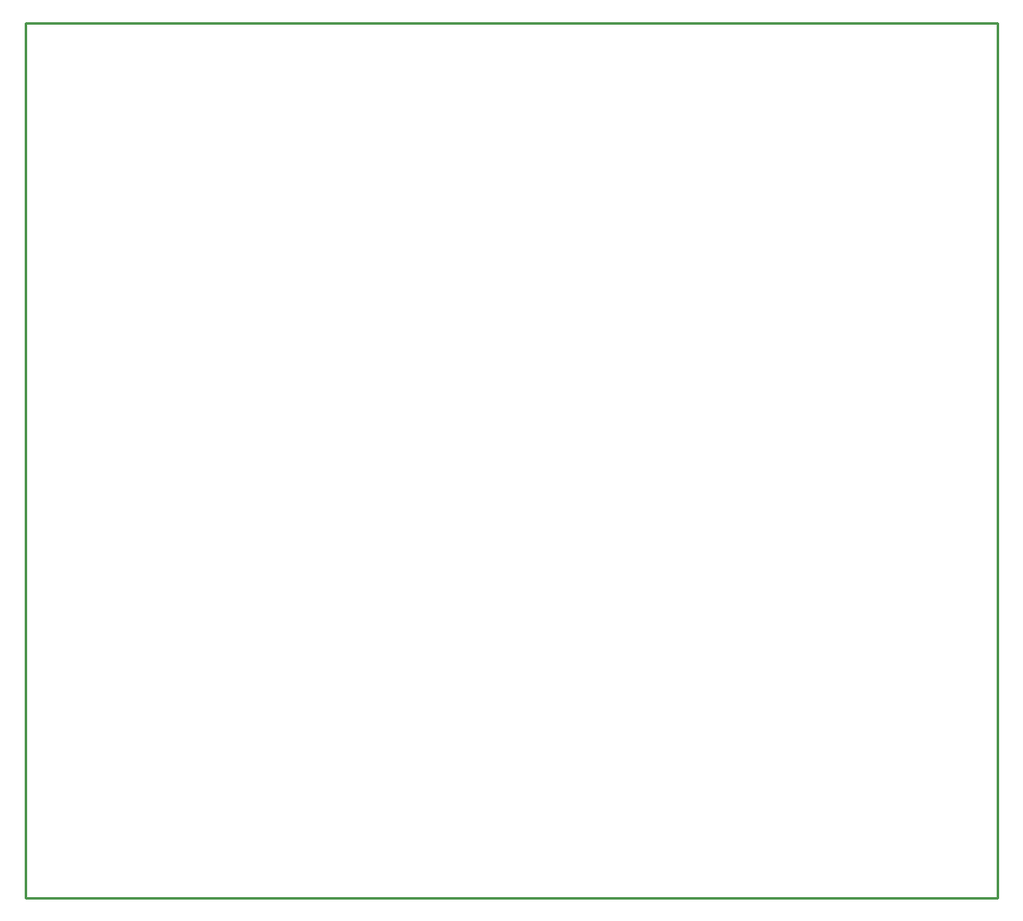
<source format=gbr>
G04 EAGLE Gerber RS-274X export*
G75*
%MOMM*%
%FSLAX34Y34*%
%LPD*%
%IN*%
%IPPOS*%
%AMOC8*
5,1,8,0,0,1.08239X$1,22.5*%
G01*
G04 Define Apertures*
%ADD10C,0.254000*%
D10*
X0Y0D02*
X1000000Y0D01*
X1000000Y900000D01*
X0Y900000D01*
X0Y0D01*
M02*

</source>
